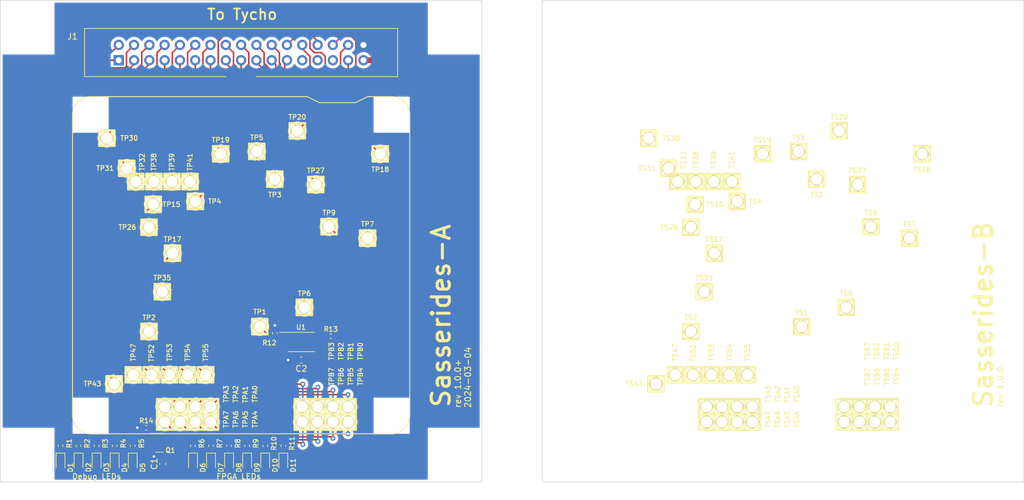
<source format=kicad_pcb>
(kicad_pcb (version 20221018) (generator pcbnew)
  (title_block (title "Sasserides") (date "${DATE}") (rev "${VERSION}") (company "Copyright 2023 Great Scott Gadgets") (comment 1 "Licensed under the CERN-OHL-P v2"))
  (layers (0 "F.Cu" signal) (31 "B.Cu" signal) (34 "B.Paste" user) (35 "F.Paste" user) (36 "B.SilkS" user "B.Silkscreen") (37 "F.SilkS" user "F.Silkscreen") (38 "B.Mask" user) (39 "F.Mask" user) (44 "Edge.Cuts" user))
  (property "DATE" "2024-02-26")
  (property "VERSION" "r1.0.0+")
  (net 0 "")
  (net 1 "Net-(D1-K)")
  (net 2 "VCC")
  (net 3 "Net-(D2-K)")
  (net 4 "Net-(D3-K)")
  (net 5 "Net-(D4-K)")
  (net 6 "Net-(D5-K)")
  (net 7 "Net-(D6-K)")
  (net 8 "Net-(D7-K)")
  (net 9 "Net-(D8-K)")
  (net 10 "Net-(D9-K)")
  (net 11 "Net-(D10-K)")
  (net 12 "Net-(D11-K)")
  (net 13 "/D3 3V3-Vf")
  (net 14 "/D5 3V3-Vf")
  (net 15 "/D7 3V3-Vf")
  (net 16 "/D10 Vf")
  (net 17 "/D12 Vf")
  (net 18 "/D14 Vf")
  (net 19 "/CONTROL_PHY_3V3")
  (net 20 "/AUX_PHY_1V8")
  (net 21 "/~{BTN_PROGRAM}")
  (net 22 "/EUT_VCC")
  (net 23 "/TARGET_PHY_1V8")
  (net 24 "/TARGET_A_VBUS")
  (net 25 "/D2 3V3-Vf")
  (net 26 "/SPARE1")
  (net 27 "/D4 3V3-Vf")
  (net 28 "/SPARE2")
  (net 29 "/D6 3V3-Vf")
  (net 30 "/SPARE3")
  (net 31 "/+5V")
  (net 32 "/D11 Vf")
  (net 33 "/REF_LED_EN")
  (net 34 "GND")
  (net 35 "Net-(Q1-D)")
  (net 36 "/D13 Vf")
  (net 37 "/+1V1")
  (net 38 "/CONTROL_PHY_1V8")
  (net 39 "/AUX_PHY_3V3")
  (net 40 "/+2V5")
  (net 41 "/VCCRAM")
  (net 42 "/TARGET_PHY_3V3")
  (net 43 "/MCU_SWDIO")
  (net 88 "/MCU_SWDCLK")
  (net 89 "/~{BTN_RESET}")
  (net 90 "/CLK_BUF")
  (net 91 "/A0B0")
  (net 92 "/A1B1")
  (net 93 "/A2B2")
  (net 94 "/A3B3")
  (net 95 "/A4B4")
  (net 96 "/A5B5")
  (net 97 "/A6B6")
  (net 98 "/A7B7")
  (net 99 "/CLK_EUT")
  (net 103 "Net-(U1-1Y3)")
  (footprint "MountingHole:MountingHole_2.2mm_M2" (layer "F.Cu") (at 165 79)
    (fp_text reference "H13" hide)
    (fp_text value "MountingHole" hide)
  )
  (footprint "tycho:HEADER-1x1-TESTPROBE" (layer "F.Cu") (at 94.1 122.2)
    (fp_text reference "TP55")
    (fp_text value "~" hide)
  )
  (footprint "Resistor_SMD:R_0402_1005Metric" (layer "F.Cu") (at 105.6 115.29 -90)
    (fp_text reference "R12")
    (fp_text value "1M")
  )
  (footprint "LED_SMD:LED_0603_1608Metric_Pad1.05x0.95mm_HandSolder" (layer "F.Cu") (at 73 136.875 -90)
    (fp_text reference "D2")
    (fp_text value "PINK")
  )
  (footprint "LED_SMD:LED_0603_1608Metric_Pad1.05x0.95mm_HandSolder" (layer "F.Cu") (at 98 136.875 -90)
    (fp_text reference "D8")
    (fp_text value "YELLOW")
  )
  (footprint "tycho:HEADER-1x1-TESTPROBE" (layer "F.Cu") (at 88.5 90.1)
    (fp_text reference "TP39")
    (fp_text value "~" hide)
  )
  (footprint "tycho:HEADER-1x1-TESTPROBE" (layer "F.Cu") (at 178.5 90.1)
    (fp_text reference "TS39")
    (fp_text value "D13 Vf" hide)
  )
  (footprint "tycho:HEADER-1x1-TESTPROBE" (layer "F.Cu") (at 86.9 108.4)
    (fp_text reference "TP35")
    (fp_text value "~" hide)
  )
  (footprint "MountingHole:MountingHole_3.2mm_M3" (layer "F.Cu") (at 65 135)
    (fp_text reference "H3" hide)
    (fp_text value "MountingHole" hide)
  )
  (footprint "tycho:HEADER-1x1-TESTPROBE" (layer "F.Cu") (at 168.9 123.7)
    (fp_text reference "TS43")
    (fp_text value "D2 3V3-Vf" hide)
  )
  (footprint "tycho:HEADER-1x1-TESTPROBE" (layer "F.Cu") (at 184.92 130.04)
    (fp_text reference "TSA4")
    (fp_text value "A4" hide)
  )
  (footprint "tycho:HEADER-1x1-TESTPROBE" (layer "F.Cu") (at 200.5 111)
    (fp_text reference "TS6")
    (fp_text value "VCCRAM" hide)
  )
  (footprint "tycho:HEADER-1x1-TESTPROBE" (layer "F.Cu") (at 181.1 122.2)
    (fp_text reference "TS54")
    (fp_text value "D6 3V3-Vf" hide)
  )
  (footprint "tycho:HEADER-1x1-TESTPROBE" (layer "F.Cu") (at 92.38 130.04)
    (fp_text reference "TPA5")
    (fp_text value "A5" hide)
  )
  (footprint "tycho:HEADER-1x1-TESTPROBE" (layer "F.Cu") (at 175.1 122.2)
    (fp_text reference "TS52")
    (fp_text value "D4 3V3-Vf" hide)
  )
  (footprint "MountingHole:MountingHole_3.2mm_M3" (layer "F.Cu") (at 225 135)
    (fp_text reference "H12" hide)
    (fp_text value "MountingHole" hide)
  )
  (footprint "Resistor_SMD:R_0402_1005Metric" (layer "F.Cu") (at 70 134 -90)
    (fp_text reference "R1")
    (fp_text value "5.1k")
  )
  (footprint "MountingHole:MountingHole_3.2mm_M3" (layer "F.Cu") (at 155 65)
    (fp_text reference "H9" hide)
    (fp_text value "MountingHole" hide)
  )
  (footprint "tycho:HEADER-1x1-TESTPROBE" (layer "F.Cu") (at 123.1 85.5)
    (fp_text reference "TP18")
    (fp_text value "~" hide)
  )
  (footprint "LED_SMD:LED_0603_1608Metric_Pad1.05x0.95mm_HandSolder" (layer "F.Cu") (at 107 136.875 -90)
    (fp_text reference "D11")
    (fp_text value "PURPLE")
  )
  (footprint "tycho:HEADER-1x1-TESTPROBE" (layer "F.Cu") (at 109.335 81.67)
    (fp_text reference "TP20")
    (fp_text value "~" hide)
  )
  (footprint "tycho:HEADER-1x1-TESTPROBE" (layer "F.Cu") (at 207.78 130.04)
    (fp_text reference "TSB4")
    (fp_text value "B4" hide)
  )
  (footprint "tycho:HEADER-1x1-TESTPROBE" (layer "F.Cu") (at 112.4 90.6)
    (fp_text reference "TP27")
    (fp_text value "~" hide)
  )
  (footprint "tycho:HEADER-1x1-TESTPROBE" (layer "F.Cu") (at 94.92 127.5)
    (fp_text reference "TPA0")
    (fp_text value "A0" hide)
  )
  (footprint "LED_SMD:LED_0603_1608Metric_Pad1.05x0.95mm_HandSolder" (layer "F.Cu") (at 101 136.875 -90)
    (fp_text reference "D9")
    (fp_text value "GREEN")
  )
  (footprint "tycho:HEADER-1x1-TESTPROBE" (layer "F.Cu") (at 94.92 130.04)
    (fp_text reference "TPA4")
    (fp_text value "A4" hide)
  )
  (footprint "Resistor_SMD:R_0402_1005Metric" (layer "F.Cu") (at 73 134 -90)
    (fp_text reference "R2")
    (fp_text value "2.2k")
  )
  (footprint "Package_SO:TSSOP-8_4.4x3mm_P0.65mm" (layer "F.Cu") (at 110 116.75)
    (fp_text reference "U1")
    (fp_text value "CDCV304PW")
  )
  (footprint "tycho:HEADER-1x1-TESTPROBE" (layer "F.Cu") (at 87.3 127.5)
    (fp_text reference "TPA3")
    (fp_text value "A3" hide)
  )
  (footprint "Capacitor_SMD:C_0603_1608Metric_Pad1.08x0.95mm_HandSolder" (layer "F.Cu") (at 87 137 90)
    (fp_text reference "C1")
    (fp_text value "1uF")
  )
  (footprint "tycho:HEADER-1x1-TESTPROBE" (layer "F.Cu") (at 177.3 127.5)
    (fp_text reference "TSA3")
    (fp_text value "A3" hide)
  )
  (footprint "LED_SMD:LED_0603_1608Metric_Pad1.05x0.95mm_HandSolder" (layer "F.Cu") (at 79 136.875 -90)
    (fp_text reference "D4")
    (fp_text value "PINK")
  )
  (footprint "Resistor_SMD:R_0402_1005Metric" (layer "F.Cu") (at 92 134 90)
    (fp_text reference "R6")
    (fp_text value "1k")
  )
  (footprint "tycho:HEADER-1x1-TESTPROBE" (layer "F.Cu") (at 96.6 85.5)
    (fp_text reference "TP19")
    (fp_text value "~" hide)
  )
  (footprint "tycho:HEADER-1x1-TESTPROBE" (layer "F.Cu") (at 84.7 115)
    (fp_text reference "TP2")
    (fp_text value "~" hide)
  )
  (footprint "Resistor_SMD:R_0402_1005Metric" (layer "F.Cu") (at 104 134 90)
    (fp_text reference "R10")
    (fp_text value "2.2k")
  )
  (footprint "tycho:HEADER-1x1-TESTPROBE" (layer "F.Cu") (at 211 99.5)
    (fp_text reference "TS7")
    (fp_text value "TARGET_A_VBUS" hide)
  )
  (footprint "tycho:HEADER-1x1-TESTPROBE" (layer "F.Cu") (at 110.5 111)
    (fp_text reference "TP6")
    (fp_text value "~" hide)
  )
  (footprint "tycho:HEADER-1x1-TESTPROBE" (layer "F.Cu") (at 202.7 130.04)
    (fp_text reference "TSB6")
    (fp_text value "B6" hide)
  )
  (footprint "tycho:shrouded_pin-header_2x17" (layer "F.Cu") (at 100 68.68 90)
    (fp_text reference "J1")
    (fp_text value "Conn_02x16_Odd_Even")
  )
  (footprint "tycho:HEADER-1x1-TESTPROBE" (layer "F.Cu") (at 182.38 130.04)
    (fp_text reference "TSA5")
    (fp_text value "A5" hide)
  )
  (footprint "LED_SMD:LED_0603_1608Metric_Pad1.05x0.95mm_HandSolder" (layer "F.Cu") (at 104 136.875 -90)
    (fp_text reference "D10")
    (fp_text value "BLUE")
  )
  (footprint "tycho:HEADER-1x1-TESTPROBE" (layer "F.Cu") (at 172.1 122.2)
    (fp_text reference "TS47")
    (fp_text value "D3 3V3-Vf" hide)
  )
  (footprint "tycho:HEADER-1x1-TESTPROBE" (layer "F.Cu") (at 213.1 85.5)
    (fp_text reference "TS18")
    (fp_text value "MCU_SWDIO" hide)
  )
  (footprint "tycho:HEADER-1x1-TESTPROBE" (layer "F.Cu") (at 184.1 122.2)
    (fp_text reference "TS55")
    (fp_text value "D7 3V3-Vf" hide)
  )
  (footprint "MountingHole:MountingHole_2.2mm_M2" (layer "F.Cu") (at 215 129)
    (fp_text reference "H16" hide)
    (fp_text value "MountingHole" hide)
  )
  (footprint "tycho:HEADER-1x1-TESTPROBE" (layer "F.Cu") (at 91.5 90.1)
    (fp_text reference "TP41")
    (fp_text value "~" hide)
  )
  (footprint "tycho:HEADER-1x1-TESTPROBE" (layer "F.Cu") (at 85.4 93.9)
    (fp_text reference "TP15")
    (fp_text value "~" hide)
  )
  (footprint "Package_TO_SOT_SMD:SOT-23" (layer "F.Cu") (at 86.4375 133.5)
    (fp_text reference "Q1")
    (fp_text value "2N7002" hide)
  )
  (footprint "tycho:HEADER-1x1-TESTPROBE" (layer "F.Cu") (at 110.16 130.04)
    (fp_text reference "TPB7")
    (fp_text value "B7" hide)
  )
  (footprint "MountingHole:MountingHole_2.2mm_M2" (layer "F.Cu") (at 125 79)
    (fp_text reference "H6" hide)
    (fp_text value "MountingHole" hide)
  )
  (footprint "Resistor_SMD:R_0402_1005Metric" (layer "F.Cu") (at 95 134 90)
    (fp_text reference "R7")
    (fp_text value "1k")
  )
  (footprint "tycho:HEADER-1x1-TESTPROBE" (layer "F.Cu") (at 179.84 130.04)
    (fp_text reference "TSA6")
    (fp_text value "A6" hide)
  )
  (footprint "tycho:HEADER-1x1-TESTPROBE" (layer "F.Cu") (at 205.24 127.5)
    (fp_text reference "TSB1")
    (fp_text value "B1" hide)
  )
  (footprint "tycho:HEADER-1x1-TESTPROBE" (layer "F.Cu") (at 92.38 127.5)
    (fp_text reference "TPA1")
    (fp_text value "A1" hide)
  )
  (footprint "tycho:HEADER-1x1-TESTPROBE" (layer "F.Cu") (at 110.16 127.5)
    (fp_text reference "TPB3")
    (fp_text value "B3" hide)
  )
  (footprint "tycho:HEADER-1x1-TESTPROBE" (layer "F.Cu") (at 186.6 85.5)
    (fp_text reference "TS19")
    (fp_text value "MCU_SWDCLK" hide)
  )
  (footprint "LED_SMD:LED_0603_1608Metric_Pad1.05x0.95mm_HandSolder" (layer "F.Cu") (at 92 136.875 -90)
    (fp_text reference "D6")
    (fp_text value "RED")
  )
  (footprint "tycho:HEADER-1x1-TESTPROBE" (layer "F.Cu") (at 184.92 127.5)
    (fp_text reference "TSA0")
    (fp_text value "A0" hide)
  )
  (footprint "tycho:HEADER-1x1-TESTPROBE" (layer "F.Cu") (at 207.78 127.5)
    (fp_text reference "TSB0")
    (fp_text value "B0" hide)
  )
  (footprint "tycho:HEADER-1x1-TESTPROBE" (layer "F.Cu") (at 115.24 130.04)
    (fp_text reference "TPB5")
    (fp_text value "B5" hide)
  )
  (footprint "tycho:HEADER-1x1-TESTPROBE" (layer "F.Cu") (at 102.6 85.1)
    (fp_text reference "TP5")
    (fp_text value "~" hide)
  )
  (footprint "tycho:HEADER-1x1-TESTPROBE" (layer "F.Cu") (at 176.9 108.4)
    (fp_text reference "TS35")
    (fp_text value "AUX_PHY_1V8" hide)
  )
  (footprint "Resistor_SMD:R_0402_1005Metric" (layer "F.Cu") (at 82 134 -90)
    (fp_text reference "R5")
    (fp_text value "5.1k")
  )
  (footprint "MountingHole:MountingHole_2.2mm_M2" (layer "F.Cu") (at 215 79)
    (fp_text reference "H14" hide)
    (fp_text value "MountingHole" hide)
  )
  (footprint "MountingHole:MountingHole_2.2mm_M2" (layer "F.Cu") (at 165 129)
    (fp_text reference "H15" hide)
    (fp_text value "MountingHole" hide)
  )
  (footprint "MountingHole:MountingHole_3.2mm_M3" (layer "F.Cu") (at 225 65)
    (fp_text reference "H10" hide)
    (fp_text value "MountingHole" hide)
  )
  (footprint "tycho:HEADER-1x1-TESTPROBE" (layer "F.Cu") (at 112.7 130.04)
    (fp_text reference "TPB6")
    (fp_text value "B6" hide)
  )
  (footprint "tycho:HEADER-1x1-TESTPROBE" (layer "F.Cu") (at 112.7 127.5)
    (fp_text reference "TPB2")
    (fp_text value "B2" hide)
  )
  (footprint "tycho:HEADER-1x1-TESTPROBE" (layer "F.Cu") (at 172.5 90.1)
    (fp_text reference "TS32")
    (fp_text value "D11 Vf" hide)
  )
  (footprint "tycho:HEADER-1x1-TESTPROBE" (layer "F.Cu") (at 204.6 97.6)
    (fp_text reference "TS9")
    (fp_text value "TARGET_PHY_3V3" hide)
  )
  (footprint "tycho:HEADER-1x1-TESTPROBE" (layer "F.Cu") (at 167.7 82.9 90)
    (fp_text reference "TS30")
    (fp_text value "+5V" hide)
  )
  (footprint "LED_SMD:LED_0603_1608Metric_Pad1.05x0.95mm_HandSolder" (layer "F.Cu") (at 76 136.875 -90)
    (fp_text reference "D3")
    (fp_text value "WHITE")
  )
  (footprint "tycho:HEADER-1x1-TESTPROBE" (layer "F.Cu") (at 82.1 122.2)
    (fp_text reference "TP47")
    (fp_text value "~" hide)
  )
  (footprint "tycho:HEADER-1x1-TESTPROBE" (layer "F.Cu") (at 89.84 130.04)
    (fp_text reference "TPA6")
    (fp_text value "A6" hide)
  )
  (footprint "Capacitor_SMD:C_0603_1608Metric_Pad1.08x0.95mm_HandSolder" (layer "F.Cu") (at 110 119.75 180)
    (fp_text reference "C2")
    (fp_text value "1uF")
  )
  (footprint "tycho:HEADER-1x1-TESTPROBE" (layer "F.Cu") (at 175.4 93.9)
    (fp_text reference "TS15")
    (fp_text value "nBTN_PROGRAM" hide)
  )
  (footprint "Resistor_SMD:R_0402_1005Metric" (layer "F.Cu") (at 76 134 -90)
    (fp_text reference "R3")
    (fp_text value "2.2k")
  )
  (footprint "tycho:HEADER-1x1-TESTPROBE" (layer "F.Cu") (at 200.16 130.04)
    (fp_text reference "TSB7")
    (fp_text value "B7" hide)
  )
  (footprint "LED_SMD:LED_0603_1608Metric_Pad1.05x0.95mm_HandSolder" (layer "F.Cu") (at 95 136.875 -90)
    (fp_text reference "D7")
    (fp_text value "ORANGE")
  )
  (footprint "tycho:HEADER-1x1-TESTPROBE" (layer "F.Cu") (at 85.1 122.2)
    (fp_text reference "TP52")
    (fp_text value "~" hide)
  )
  (footprint "MountingHole:MountingHole_2.2mm_M2" (layer "F.Cu") (at 125 129)
    (fp_text reference "H8" hide)
    (fp_text value "MountingHole" hide)
  )
  (footprint "tycho:HEADER-1x1-TESTPROBE" (layer "F.Cu") (at 89.84 127.5)
    (fp_text reference "TPA2")
    (fp_text value "A2" hide)
  )
  (footprint "tycho:HEADER-1x1-TESTPROBE" (layer "F.Cu") (at 85.5 90.1)
    (fp_text reference "TP38")
    (fp_text value "~" hide)
  )
  (footprint "tycho:HEADER-1x1-TESTPROBE" (layer "F.Cu") (at 103.1 114.2)
    (fp_text reference "TP1")
    (fp_text value "~" hide)
  )
  (footprint "tycho:HEADER-1x1-TESTPROBE" (layer "F.Cu") (at 117.78 130.04)
    (fp_text reference "TPB4")
    (fp_text value "B4" hide)
  )
  (footprint "tycho:HEADER-1x1-TESTPROBE" (layer "F.Cu") (at 121 99.5)
    (fp_text reference "TP7")
    (fp_text value "~" hide)
  )
  (footprint "Resistor_SMD:R_0402_1005Metric" (layer "F.Cu") (at 101 134 90)
    (fp_text reference "R9")
    (fp_text value "10k")
  )
  (footprint "tycho:HEADER-1x1-TESTPROBE" (layer "F.Cu") (at 78.9 123.7)
    (fp_text reference "TP43")
    (fp_text value "~" hide)
  )
  (footprint "MountingHole:MountingHole_3.2mm_M3" (layer "F.Cu") (at 135 135)
    (fp_text reference "H4" hide)
    (fp_text value "MountingHole" hide)
  )
  (footprint "tycho:HEADER-1x1-TESTPROBE" (layer "F.Cu") (at 115.24 127.5)
    (fp_text reference "TPB1")
    (fp_text value "B1" hide)
  )
  (footprint "tycho:HEADER-1x1-TESTPROBE" (layer "F.Cu") (at 202.4 90.6)
    (fp_text reference "TS27")
    (fp_text value "TARGET_PHY_1V8" hide)
  )
  (footprint "MountingHole:MountingHole_3.2mm_M3" (layer "F.Cu") (at 135 65)
    (fp_text reference "H2" hide)
    (fp_text value "MountingHole" hide)
  )
  (footprint "tycho:HEADER-1x1-TESTPROBE" (layer "F.Cu") (at 199.335 81.67)
    (fp_text reference "TS20")
    (fp_text value "nBTN_RESET" hide)
  )
  (footprint "Resistor_SMD:R_0402_1005Metric" (layer "F.Cu") (at 79 134 -90)
    (fp_text reference "R4")
    (fp_text value "2.2k")
  )
  (footprint "tycho:HEADER-1x1-TESTPROBE" (layer "F.Cu") (at 105.6 89.7)
    (fp_text reference "TP3")
    (fp_text value "~" hide)
  )
  (footprint "tycho:HEADER-1x1-TESTPROBE" (layer "F.Cu") (at 92.4 93.4)
    (fp_text reference "TP4")
    (fp_text value "~" hide)
  )
  (footprint "tycho:HEADER-1x1-TESTPROBE" (layer "F.Cu") (at 88.6 102)
    (fp_text reference "TP17")
    (fp_text value "~" hide)
  )
  (footprint "tycho:HEADER-1x1-TESTPROBE" (layer "F.Cu") (at 171 87.9)
    (fp_text reference "TS31")
    (fp_text value "D10 Vf" hide)
  )
  (footprint "Resistor_SMD:R_0402_1005Metric" (layer "F.Cu") (at 98 134 90)
    (fp_text reference "R8")
    (fp_text value "1k")
  )
  (footprint "tycho:HEADER-1x1-TESTPROBE" (layer "F.Cu") (at 205.24 130.04)
    (fp_text reference "TSB5")
    (fp_text value "B5" hide)
  )
  (footprint "Resistor_SMD:R_0402_1005Metric" (layer "F.Cu") (at 107 134 90)
    (fp_text reference "R11")
    (fp_text value "2.2k")
  )
  (footprint "tycho:HEADER-1x1-TESTPROBE" (layer "F.Cu") (at 179.84 127.5)
    (fp_text reference "TSA2")
    (fp_text value "A2" hide)
  )
  (footprint "tycho:HEADER-1x1-TESTPROBE" (layer "F.Cu") (at 87.3 130.04)
    (fp_text reference "TPA7")
    (fp_text value "A7" hide)
  )
  (footprint "tycho:HEADER-1x1-TESTPROBE" (layer "F.Cu") (at 177.3 130.04)
    (fp_text reference "TSA7")
    (fp_text value "A7" hide)
  )
  (footprint "tycho:HEADER-1x1-TESTPROBE" (layer "F.Cu") (at 91.1 122.2)
    (fp_text reference "TP54")
    (fp_text value "~" hide)
  )
  (footprint "MountingHole:MountingHole_3.2mm_M3" (layer "F.Cu") (at 155 135)
    (fp_text reference "H11" hide)
    (fp_text value "MountingHole" hide)
  )
  (footprint "tycho:HEADER-1x1-TESTPROBE" (layer "F.Cu") (at 192.6 85.1)
    (fp_text reference "TS5")
    (fp_text value "+2V5" hide)
  )
  (footprint "tycho:HEADER-1x1-TESTPROBE" (layer "F.Cu") (at 88.1 122.2)
    (fp_text reference "TP53")
    (fp_text value "~" hide)
  )
  (footprint "MountingHole:MountingHole_2.2mm_M2" (layer "F.Cu") (at 75 129)
    (fp_text reference "H7" hide)
    (fp_text value "MountingHole" hide)
  )
  (footprint "tycho:HEADER-1x1-TESTPROBE" (layer "F.Cu") (at 200.16 127.5)
    (fp_text reference "TSB3")
    (fp_text value "B3" hide)
  )
  (footprint "tycho:HEADER-1x1-TESTPROBE" (layer "F.Cu") (at 81 87.9)
    (fp_text reference "TP31")
    (fp_text value "~" hide)
  )
  (footprint "MountingHole:MountingHole_2.2mm_M2" (layer "F.Cu") (at 75 79)
    (fp_text reference "H5" hide)
    (fp_text value "MountingHole" hide)
  )
  (footprint "Resistor_SMD:R_0402_1005Metric" (layer "F.Cu") (at 84.25 131)
    (fp_text reference "R14")
    (fp_text value "10k")
  )
  (footprint "tycho:HEADER-1x1-TESTPROBE" (layer "F.Cu") (at 178.6 102)
    (fp_text reference "TS17")
    (fp_text value "CONTROL_PHY_1V8" hide)
  )
  (footprint "tycho:HEADER-1x1-TESTPROBE" (layer "F.Cu") (at 77.7 82.9 90)
    (fp_text reference "TP30")
    (fp_text value "~" hide)
  )
  (footprint "tycho:HEADER-1x1-TESTPROBE" (layer "F.Cu") (at 202.7 127.5)
    (fp_text reference "TSB2")
    (fp_text value "B2" hide)
  )
  (footprint "tycho:HEADER-1x1-TESTPROBE" (layer "F.Cu") (at 193.1 114.2)
    (fp_text reference "TS1")
    (fp_text value "CLK" hide)
  )
  (footprint "MountingHole:MountingHole_3.2mm_M3" (layer "F.Cu") (at 65 65)
    (fp_text reference "H1" hide)
    (fp_text value "MountingHole" hide)
  )
  (footprint "tycho:HEADER-1x1-TESTPROBE" (layer "F.Cu") (at 175.5 90.1)
    (fp_text reference "TS38")
    (fp_text value "D12 Vf" hide)
  )
  (footprint "tycho:HEADER-1x1-TESTPROBE" (layer "F.Cu") (at 195.6 89.7)
    (fp_text reference "TS3")
    (fp_text value "VCC" hide)
  )
  (footprint "LED_SMD:LED_0603_1608Metric_Pad1.05x0.95mm_HandSolder" (layer "F.Cu") (at 70 136.875 -90)
    (fp_text reference "D1")
    (fp_text value "ICE BLUE")
  )
  (footprint "tycho:HEADER-1x1-TESTPROBE" (layer "F.Cu") (at 182.4 93.4)
    (fp_text reference "TS4")
    (fp_text value "+1V1" hide)
  )
  (footprint "tycho:HEADER-1x1-TESTPROBE" (layer "F.Cu") (at 82.5 90.1)
    (fp_text reference "TP32")
    (fp_text value "~" hide)
  )
  (footprint "tycho:HEADER-1x1-TESTPROBE" (layer "F.Cu") (at 181.5 90.1)
    (fp_text reference "TS41")
    (fp_text value "D14 Vf" hide)
  )
  (footprint "tycho:HEADER-1x1-TESTPROBE" (layer "F.Cu") (at 114.6 97.6)
    (fp_text reference "TP9")
    (fp_text value "~" hide)
  )
  (footprint "tycho:HEADER-1x1-TESTPROBE" (layer "F.Cu") (at 117.78 127.5)
    (fp_text reference "TPB0")
    (fp_text value "B0" hide)
  )
  (footprint "tycho:HEADER-1x1-TESTPROBE" (layer "F.Cu") (at 84.7 97.7)
    (fp_text reference "TP26")
    (fp_text value "~" hide)
  )
  (footprint "tycho:HEADER-1x1-TESTPROBE" (layer "F.Cu") (at 174.7 115)
    (fp_text reference "TS2")
    (fp_text value "AUX_PHY_3V3" hide)
  )
  (footprint "tycho:HEADER-1x1-TESTPROBE" (layer "F.Cu") (at 174.7 97.7)
    (fp_text reference "TS26")
    (fp_text value "CONTROL_PHY_3V3" hide)
  )
  (footprint "LED_SMD:LED_0603_1608Metric_Pad1.05x0.95mm_HandSolder" (layer "F.Cu") (at 82 136.875 -90)
    (fp_text reference "D5")
    (fp_text value "ICE BLUE")
  )
  (footprint "tycho:HEADER-1x1-TESTPROBE" (layer "F.Cu") (at 178.1 122.2)
    (fp_text reference "TS53")
    (fp_text value "D5 3V3-Vf" hide)
  )
  (footprint "Resistor_SMD:R_0402_1005Metric" (layer "F.Cu") (at 114.89 115.8)
    (fp_text reference "R13")
    (fp_text value "0")
  )
  (footprint "tycho:HEADER-1x1-TESTPROBE" (layer "F.Cu") (at 182.38 127.5)
    (fp_text reference "TSA1")
    (fp_text value "A1" hide)
  )
  (gr_poly (pts (xy 128 129) (xy 127.99764 129.168344) (xy 127.959943 129.502915) (xy 127.885023 129.831161) (xy 127.773822 130.148955) (xy 127.627739 130.4523) (xy 127.44861 130.737381) (xy 127.238689 131.000614) (xy 127.000614 131.238689) (xy 126.737381 131.44861) (xy 126.4523 131.627739) (xy 126.148955 131.773822) (xy 125.831161 131.885023) (xy 125.502915 131.959943) (xy 125.168344 131.99764) (xy 125 132) (xy 75 132) (xy 74.831656 131.99764) (xy 74.497085 131.959943) (xy 74.168839 131.885023) (xy 73.851045 131.773822) (xy 73.5477 131.627739) (xy 73.262619 131.44861) (xy 72.999386 131.238689) (xy 72.761311 131.000614) (xy 72.55139 130.737381) (xy 72.372261 130.4523) (xy 72.226178 130.148955) (xy 72.114977 129.831161) (xy 72.040057 129.502915) (xy 72.00236 129.168344) (xy 72 129) (xy 72 79) (xy 72.00236 78.831656) (xy 72.040057 78.497085) (xy 72.114977 78.168839) (xy 72.226178 77.851045) (xy 72.372261 77.5477) (xy 72.55139 77.262619) (xy 72.761311 76.999386) (xy 72.999386 76.761311) (xy 73.262619 76.55139) (xy 73.5477 76.372261) (xy 73.851045 76.226178) (xy 74.168839 76.114977) (xy 74.497085 76.040057) (xy 74.831656 76.00236) (xy 75 76) (xy 111 76) (xy 113 77) (xy 119 77) (xy 121 76) (xy 125 76) (xy 125.168344 76.00236) (xy 125.502915 76.040057) (xy 125.831161 76.114977) (xy 126.148955 76.226178) (xy 126.4523 76.372261) (xy 126.737381 76.55139) (xy 127.000614 76.761311) (xy 127.238689 76.999386) (xy 127.44861 77.262619) (xy 127.627739 77.5477) (xy 127.773822 77.851045) (xy 127.885023 78.168839) (xy 127.959943 78.497085) (xy 127.99764 78.831656) (xy 128 79)) (stroke (width 0.15)) (fill none) (layer "F.SilkS"))
  (gr_rect (start 150 60) (end 230 140) (stroke (width 0.1)) (fill none) (layer "Edge.Cuts"))
  (gr_rect (start 60 60) (end 140 140) (stroke (width 0.1)) (fill none) (layer "Edge.Cuts"))
  (gr_text "rev 1.0.0+" (at 136.59 127.78 90) (layer "F.SilkS") (effects (font (size 1 1)) (justify left bottom)))
  (gr_text "rev 1.0.0" (at 226.69 127.75 90) (layer "F.SilkS") (effects (font (size 1 1)) (justify left bottom)))
  (gr_text "Sasserides-B" (at 224.99 127.89 90) (layer "F.SilkS") (effects (font (size 3 3) (thickness 0.5) bold) (justify left bottom)))
  (gr_text "Sasserides-A" (at 134.96 127.87 90) (layer "F.SilkS") (effects (font (size 3 3) (thickness 0.5) bold) (justify left bottom)))
  (gr_text "To Tycho" (at 94.18 63.36) (layer "F.SilkS") (effects (font (size 1.75 1.75) (thickness 0.3) bold) (justify left bottom)))
  (gr_text "FPGA LEDs" (at 99.59 139.1) (layer "F.SilkS") (effects (font (size 0.9144 0.9238))))
  (gr_text "2024-03-04" (at 138.25 127.78 90) (layer "F.SilkS") (effects (font (size 1 1)) (justify left bottom)))
  (gr_text "Debug LEDs" (at 76 139.1) (layer "F.SilkS") (effects (font (size 0.9144 0.9144))))
  (segment (start 70 136) (end 70 134.51) (width 0.54) (layer "F.Cu") (net 1))
  (segment (start 86.8 137.75) (end 87 137.95) (width 0.95) (layer "F.Cu") (net 2))
  (segment (start 130 76.3175) (end 123.6375 69.955) (width 0.95) (layer "F.Cu") (net 2))
  (segment (start 105.675 116.75) (end 105.675 119.425) (width 0.25) (layer "F.Cu") (net 2))
  (segment (start 123.6375 69.955) (end 120.32 69.955) (width 0.95) (layer "F.Cu") (net 2))
  (segment (start 110.95 119.75) (end 110.95 118.05) (width 0.4) (layer "F.Cu") (net 2))
  (segment (start 107 137.75) (end 115.5 137.75) (width 0.95) (layer "F.Cu") (net 2))
  (segment (start 101 137.75) (end 104 137.75) (width 0.95) (layer "F.Cu") (net 2))
  (segment (start 110.95 119.75) (end 110.95 120.05) (width 0.25) (layer "F.Cu") (net 2))
  (segment (start 104 137.75) (end 107 137.75) (width 0.95) (layer "F.Cu") (net 2))
  (segment (start 98 137.75) (end 101 137.75) (width 0.95) (layer "F.Cu") (net 2))
  (segment (start 73 137.75) (end 76 137.75) (width 0.95) (layer "F.Cu") (net 2))
  (segment (start 92 137.75) (end 95 137.75) (width 0.95) (layer "F.Cu") (net 2))
  (segment (start 76 137.75) (end 79 137.75) (width 0.95) (layer "F.Cu") (net 2))
  (segment (start 119.95 119.75) (end 120 119.7) (width 0.95) (layer "F.Cu") (net 2))
  (segment (start 110.95 119.75) (end 119.95 119.75) (width 0.95) (layer "F.Cu") (net 2))
  (segment (start 110.95 120.05) (end 110 121) (width 0.25) (layer "F.Cu") (net 2))
  (segment (start 105.675 116.75) (end 106 116.425) (width 0.25) (layer "F.Cu") (net 2))
  (segment (start 79 137.75) (end 82 137.75) (width 0.95) (layer "F.Cu") (net 2))
  (segment (start 110.95 118.05) (end 111.925 117.075) (width 0.4) (layer "F.Cu") (net 2))
  (segment (start 110 121) (end 107.25 121) (width 0.25) (layer "F.Cu") (net 2))
  (segment (start 92 137.75) (end 87.2 137.75) (width 0.95) (layer "F.Cu") (net 2))
  (segment (start 105.675 119.425) (end 107.25 121) (width 0.25) (layer "F.Cu") (net 2))
  (segment (start 106.075 116.425) (end 107.1875 116.425) (width 0.25) (layer "F.Cu") (net 2))
  (segment (start 70 137.75) (end 73 137.75) (width 0.95) (layer "F.Cu") (net 2))
  (segment (start 111.925 117.075) (end 112.8625 117.075) (width 0.4) (layer "F.Cu") (net 2))
  (segment (start 115.5 137.75) (end 120 133.25) (width 0.95) (layer "F.Cu") (net 2))
  (segment (start 87.2 137.75) (end 87 137.95) (width 0.95) (layer "F.Cu") (net 2))
  (segment (start 95 137.75) (end 98 137.75) (width 0.95) (layer "F.Cu") (net 2))
  (segment (start 130 109.7) (end 130 76.3175) (width 0.95) (layer "F.Cu") (net 2))
  (segment (start 120 133.25) (end 120 119.7) (width 0.95) (layer "F.Cu") (net 2))
  (segment (start 120 119.7) (end 130 109.7) (width 0.95) (layer "F.Cu") (net 2))
  (segment (start 82 137.75) (end 86.8 137.75) (width 0.95) (layer "F.Cu") (net 2))
  (segment (start 73 136) (end 73 134.51) (width 0.54) (layer "F.Cu") (net 3))
  (segment (start 76 136) (end 76 134.51) (width 0.54) (layer "F.Cu") (net 4))
  (segment (start 79 136) (end 79 134.51) (width 0.54) (layer "F.Cu") (net 5))
  (segment (start 82 136) (end 82 134.51) (width 0.54) (layer "F.Cu") (net 6))
  (segment (start 92 136) (end 92 134.51) (width 0.54) (layer "F.Cu") (net 7))
  (segment (start 95 136) (end 95 134.51) (width 0.54) (layer "F.Cu") (net 8))
  (segment (start 98 136) (end 98 134.51) (width 0.54) (layer "F.Cu") (net 9))
  (segment (start 101 136) (end 101 134.51) (width 0.54) (layer "F.Cu") (net 10))
  (segment (start 104 136) (end 104 134.51) (width 0.54) (layer "F.Cu") (net 11))
  (segment (start 107 136) (end 107 134.51) (width 0.54) (layer "F.Cu") (net 12))
  (segment (start 79.22 122.2) (end 68.5 111.48) (width 0.25) (layer "F.Cu") (net 13))
  (segment (start 68.5 111.48) (end 68.5 74) (width 0.25) (layer "F.Cu") (net 13))
  (segment (start 72.545 69.955) (end 79.675 69.955) (width 0.25) (layer "F.Cu") (net 13))
  (segment (start 82.1 122.2) (end 79.22 122.2) (width 0.25) (layer "F.Cu") (net 13))
  (segment (start 68.5 74) (end 72.545 69.955) (width 0.25) (layer "F.Cu") (net 13))
  (segment (start 70 75) (end 72.505 72.495) (width 0.25) (layer "F.Cu") (net 14))
  (segment (start 85.385 119.485) (end 79.045 119.485) (width 0.25) (layer "F.Cu") (net 14))
  (segment (start 70 110.44) (end 70 75) (width 0.25) (layer "F.Cu") (net 14))
  (segment (start 79.045 119.485) (end 70 110.44) (width 0.25) (layer "F.Cu") (net 14))
  (segment (start 82.22 70.59) (end 82.22 69.955) (width 0.25) (layer "F.Cu") (net 14))
  (segment (start 88.1 122.2) (end 85.385 119.485) (width 0.25) (layer "F.Cu") (net 14))
  (segment (start 72.505 72.495) (end 80.315 72.495) (width 0.25) (layer "F.Cu") (net 14))
  (segment (start 80.315 72.495) (end 82.22 70.59) (width 0.25) (layer "F.Cu") (net 14))
  (segment (start 71.5 109.4) (end 71.5 76) (width 0.25) (layer "F.Cu") (net 15))
  (segment (start 94.1 122.2) (end 88.845 116.945) (width 0.25) (layer "F.Cu") (net 15))
  (segment (start 80.315 75.035) (end 84.755 70.595) (width 0.25) (layer "F.Cu") (net 15))
  (segment (start 79.045 116.945) (end 71.5 109.4) (width 0.25) (layer "F.Cu") (net 15))
  (segment (start 72.465 75.035) (end 80.315 75.035) (width 0.25) (layer "F.Cu") (net 15))
  (segment (start 84.755 70.595) (end 84.755 69.955) (width 0.25) (layer "F.Cu") (net 15))
  (segment (start 88.845 116.945) (end 79.045 116.945) (width 0.25) (layer "F.Cu") (net 15))
  (segment (start 71.5 76) (end 72.465 75.035) (width 0.25) (layer "F.Cu") (net 15))
  (segment (start 80.45 87.35) (end 80.45 78.71) (width 0.25) (layer "F.Cu") (net 16))
  (segment (start 87.295 71.865) (end 87.295 69.955) (width 0.25) (layer "F.Cu") (net 16))
  (segment (start 81 87.9) (end 80.45 87.35) (width 0.25) (layer "F.Cu") (net 16))
  (segment (start 80.45 78.71) (end 87.295 71.865) (width 0.25) (layer "F.Cu") (net 16))
  (segment (start 85.5 76.2) (end 89.835 71.865) (width 0.25) (layer "F.Cu") (net 17))
  (segment (start 89.835 71.865) (end 89.835 69.96) (width 0.25) (layer "F.Cu") (net 17))
  (segment (start 89.835 69.96) (end 89.84 69.955) (width 0.25) (layer "F.Cu") (net 17))
  (segment (start 85.5 90.1) (end 85.5 76.2) (width 0.25) (layer "F.Cu") (net 17))
  (segment (start 91.5 90.1) (end 91.5 72.74) (width 0.25) (layer "F.Cu") (net 18))
  (segment (start 91.5 72.74) (end 92.38 71.86) (width 0.25) (layer "F.Cu") (net 18))
  (segment (start 92.38 71.86) (end 92.38 69.955) (width 0.25) (layer "F.Cu") (net 18))
  (segment (start 91.539304 97.7) (end 94.915 94.324304) (width 0.25) (layer "F.Cu") (net 19))
  (segment (start 84.7 97.7) (end 91.539304 97.7) (width 0.25) (layer "F.Cu") (net 19))
  (segment (start 94.915 69.96) (end 94.92 69.955) (width 0.25) (layer "F.Cu") (net 19))
  (segment (start 94.915 94.324304) (end 94.915 69.96) (width 0.25) (layer "F.Cu") (net 19))
  (segment (start 86.9 108.4) (end 89.6 108.4) (width 0.25) (layer "F.Cu") (net 20))
  (segment (start 98.5 71.5) (end 97.455 70.455) (width 0.25) (layer "F.Cu") (net 20))
  (segment (start 97.455 70.455) (end 97.455 69.955) (width 0.25) (layer "F.Cu") (net 20))
  (segment (start 89.6 108.4) (end 98.5 99.5) (width 0.25) (layer "F.Cu") (net 20))
  (segment (start 98.5 99.5) (end 98.5 71.5) (width 0.25) (layer "F.Cu") (net 20))
  (segment (start 88.75 111.25) (end 85.25 111.25) (width 0.25) (layer "F.Cu") (net 21))
  (segment (start 99.995 100.005) (end 88.75 111.25) (width 0.25) (layer "F.Cu") (net 21))
  (segment (start 100 69.955) (end 99.995 69.96) (width 0.25) (layer "F.Cu") (net 21))
  (segment (start 82.75 108.75) (end 82.75 96.55) (width 0.25) (layer "F.Cu") (net 21))
  (segment (start 85.25 111.25) (end 82.75 108.75) (width 0.25) (layer "F.Cu") (net 21))
  (segment (start 99.995 69.96) (end 99.995 100.005) (width 0.25) (layer "F.Cu") (net 21))
  (segment (start 82.75 96.55) (end 85.4 93.9) (width 0.25) (layer "F.Cu") (net 21))
  (segment (start 102.54 69.955) (end 102.54 70.29) (width 0.25) (layer "F.Cu") (net 22))
  (segment (start 104.25 84) (end 105.6 85.35) (width 0.25) (layer "F.Cu") (net 22))
  (segment (start 102.54 70.29) (end 104.25 72) (width 0.25) (layer "F.Cu") (net 22))
  (segment (start 104.25 72) (end 104.25 84) (width 0.25) (layer "F.Cu") (net 22))
  (segment (start 105.6 85.35) (end 105.6 89.7) (width 0.25) (layer "F.Cu") (net 22))
  (segment (start 112.4 90.15) (end 112.4 90.6) (width 0.25) (layer "F.Cu") (net 23))
  (segment (start 105.08 69.955) (end 105.075 69.955) (width 0.25) (layer "F.Cu") (net 23))
  (segment (start 105.75 70.63) (end 105.75 83.5) (width 0.25) (layer "F.Cu") (net 23))
  (segment (start 105.075 69.955) (end 105.75 70.63) (width 0.25) (layer "F.Cu") (net 23))
  (segment (start 105.75 83.5) (end 112.4 90.15) (width 0.25) (layer "F.Cu") (net 23))
  (segment (start 107.25 70.32) (end 107.25 82.883202) (width 0.25) (layer "F.Cu") (net 24))
  (segment (start 107.25 82.883202) (end 112.116798 87.75) (width 0.25) (layer "F.Cu") (net 24))
  (segment (start 112.116798 87.75) (end 114 87.75) (width 0.25) (layer "F.Cu") (net 24))
  (segment (start 107.615 69.955) (end 107.25 70.32) (width 0.25) (layer "F.Cu") (net 24))
  (segment (start 114 87.75) (end 121 94.75) (width 0.25) (layer "F.Cu") (net 24))
  (segment (start 107.62 69.955) (end 107.615 69.955) (width 0.25) (layer "F.Cu") (net 24))
  (segment (start 121 94.75) (end 121 99.5) (width 0.25) (layer "F.Cu") (net 24))
  (segment (start 78.405 68.685) (end 79.675 67.415) (width 0.25) (layer "F.Cu") (net 25))
  (segment (start 72.565 68.685) (end 78.405 68.685) (width 0.25) (layer "F.Cu") (net 25))
  (segment (start 67.75 112) (end 67.75 73.5) (width 0.25) (layer "F.Cu") (net 25))
  (segment (start 78.9 123.15) (end 67.75 112) (width 0.25) (layer "F.Cu") (net 25))
  (segment (start 79.675 67.415) (end 79.68 67.415) (width 0.25) (layer "F.Cu") (net 25))
  (segment (start 67.75 73.5) (end 72.565 68.685) (width 0.25) (layer "F.Cu") (net 25))
  (segment (start 78.9 123.7) (end 78.9 123.15) (width 0.25) (layer "F.Cu") (net 25))
  (segment (start 69.25 74.5) (end 69.25 110.96) (width 0.25) (layer "F.Cu") (net 27))
  (segment (start 82.22 67.415) (end 80.95 68.685) (width 0.25) (layer "F.Cu") (net 27))
  (segment (start 80.675 71.225) (end 72.525 71.225) (width 0.25) (layer "F.Cu") (net 27))
  (segment (start 80.95 70.95) (end 80.675 71.225) (width 0.25) (layer "F.Cu") (net 27))
  (segment (start 72.525 71.225) (end 69.25 74.5) (width 0.25) (layer "F.Cu") (net 27))
  (segment (start 69.25 110.96) (end 79.045 120.755) (width 0.25) (layer "F.Cu") (net 27))
  (segment (start 79.045 120.755) (end 83.655 120.755) (width 0.25) (layer "F.Cu") (net 27))
  (segment (start 83.655 120.755) (end 85.1 122.2) (width 0.25) (layer "F.Cu") (net 27))
  (segment (start 80.95 68.685) (end 80.95 70.95) (width 0.25) (layer "F.Cu") (net 27))
  (segment (start 72.485 73.765) (end 80.315 73.765) (width 0.25) (layer "F.Cu") (net 29))
  (segment (start 83.49 68.68) (end 84.755 67.415) (width 0.25) (layer "F.Cu") (net 29))
  (segment (start 83.49 70.59) (end 83.49 68.68) (width 0.25) (layer "F.Cu") (net 29))
  (segment (start 79.045 118.215) (end 70.75 109.92) (width 0.25) (layer "F.Cu") (net 29))
  (segment (start 80.315 73.765) (end 83.49 70.59) (width 0.25) (layer "F.Cu") (net 29))
  (segment (start 91.1 122.2) (end 87.115 118.215) (width 0.25) (layer "F.Cu") (net 29))
  (segment (start 84.755 67.415) (end 84.76 67.415) (width 0.25) (layer "F.Cu") (net 29))
  (segment (start 70.75 109.92) (end 70.75 75.5) (width 0.25) (layer "F.Cu") (net 29))
  (segment (start 70.75 75.5) (end 72.485 73.765) (width 0.25) (layer "F.Cu") (net 29))
  (segment (start 87.115 118.215) (end 79.045 118.215) (width 0.25) (layer "F.Cu") (net 29))
  (segment (start 86.038689 68.676311) (end 87.3 67.415) (width 0.25) (layer "F.Cu") (net 31))
  (segment (start 78.25 82.35) (end 78.25 79.64) (width 0.25) (layer "F.Cu") (net 31))
  (segment (start 77.7 82.9) (end 78.25 82.35) (width 0.25) (layer "F.Cu") (net 31))
  (segment (start 78.25 79.64) (end 86.038689 71.851311) (width 0.25) (layer "F.Cu") (net 31))
  (segment (start 86.038689 71.851311) (end 86.038689 68.676311) (width 0.25) (layer "F.Cu") (net 31))
  (segment (start 88.57 68.685) (end 89.84 67.415) (width 0.25) (layer "F.Cu") (net 32))
  (segment (start 82.855 77.575) (end 88.57 71.86) (width 0.25) (layer "F.Cu") (net 32))
  (segment (start 88.57 71.86) (end 88.57 68.685) (width 0.25) (layer "F.Cu") (net 32))
  (segment (start 82.5 90.1) (end 82.855 89.745) (width 0.25) (layer "F.Cu") (net 32))
  (segment (start 82.855 89.745) (end 82.855 77.575) (width 0.25) (layer "F.Cu") (net 32))
  (segment (start 116.515 70.75) (end 114.75 72.515) (width 0.25) (layer "F.Cu") (net 33))
  (segment (start 87.5 124) (end 85.5 126) (width 0.25) (layer "F.Cu") (net 33))
  (segment (start 123.75 95.5) (end 123.75 101.25) (width 0.25) (layer "F.Cu") (net 33))
  (segment (start 116.515 68.68) (end 116.515 70.75) (width 0.25) (layer "F.Cu") (net 33))
  (segment (start 95.5 124) (end 87.5 124) (width 0.25) (layer "F.Cu") (net 33))
  (segment (start 108.875 113) (end 108.125 112.25) (width 0.25) (layer "F.Cu") (net 33))
  (segment (start 114.75 86.5) (end 123.75 95.5) (width 0.25) (layer "F.Cu") (net 33))
  (segment (start 112 113) (end 108.875 113) (width 0.25) (layer "F.Cu") (net 33))
  (segment (start 98.5 115.25) (end 98.5 121) (width 0.25) (layer "F.Cu") (net 33))
  (segment (start 123.75 101.25) (end 112 113) (width 0.25) (layer "F.Cu") (net 33))
  (segment (start 85.5 126) (end 85.5 131) (width 0.25) (layer "F.Cu") (net 33))
  (segment (start 98.5 121) (end 95.5 124) (width 0.25) (layer "F.Cu") (net 33))
  (segment (start 85.5 131) (end 85.5 132.55) (width 0.25) (layer "F.Cu") (net 33))
  (segment (start 117.78 67.415) (end 116.515 68.68) (width 0.25) (layer "F.Cu") (net 33))
  (segment (start 84.75 131) (end 85.5 131) (width 0.25) (layer "F.Cu") (net 33))
  (segment (start 108.125 112.25) (end 101.5 112.25) (width 0.25) (layer "F.Cu") (net 33))
  (segment (start 101.5 112.25) (end 98.5 115.25) (width 0.25) (layer "F.Cu") (net 33))
  (segment (start 114.75 72.515) (end 114.75 86.5) (width 0.25) (layer "F.Cu") (net 33))
  (segment (start 85.5 134.45) (end 85.5 135.75) (width 0.6) (layer "F.Cu") (net 34))
  (segment (start 109.05 119.75) (end 109.05 118.55) (width 0.4) (layer "F.Cu") (net 34))
  (segment (start 108.225 117.725) (end 107.1375 117.725) (width 0.4) (layer "F.Cu") (net 34))
  (segment (start 87 136.05) (end 85.8 136.05) (width 1) (layer "F.Cu") (net 34))
  (segment (start 83.73 131) (end 82.75 131) (width 0.25) (layer "F.Cu") (net 34))
  (segment (start 109.05 118.55) (end 108.225 117.725) (width 0.4) (layer "F.Cu") (net 34))
  (segment (start 109.05 119.75) (end 107.8 119.75) (width 0.95) (layer "F.Cu") (net 34))
  (segment (start 85.8 136.05) (end 85.5 135.75) (width 1) (layer "F.Cu") (net 34))
  (segment (start 105.6 114.78) (end 105.6 114) (width 0.25) (layer "F.Cu") (net 34))
  (via (at 82.75 131) (size 0.8) (drill 0.4) (layers "F.Cu" "B.Cu") (net 34))
  (via (at 107.8 119.75) (size 0.8) (drill 0.4) (layers "F.Cu" "B.Cu") (net 34))
  (via (at 105.6 114) (size 0.8) (drill 0.4) (layers "F.Cu" "B.Cu") (net 34))
  (via (at 85.5 135.75) (size 0.8) (drill 0.4) (layers "F.Cu" "B.Cu") (net 34))
  (segment (start 73 133.49) (end 76 133.49) (width 0.5) (layer "F.Cu") (net 35))
  (segment (start 98 133.49) (end 101 133.49) (width 0.5) (layer "F.Cu") (net 35))
  (segment (start 104 133.49) (end 107 133.49) (width 0.5) (layer "F.Cu") (net 35))
  (segment (start 76 133.49) (end 79 133.49) (width 0.5) (layer "F.Cu") (net 35))
  (segment (start 95 133.49) (end 98 133.49) (width 0.5) (layer "F.Cu") (net 35))
  (segment (start 82 133.49) (end 92 133.49) (width 0.5) (layer "F.Cu") (net 35))
  (segment (start 101 133.49) (end 104 133.49) (width 0.5) (layer "F.Cu") (net 35))
  (segment (start 79 133.49) (end 82 133.49) (width 0.5) (layer "F.Cu") (net 35))
  (segment (start 92 133.49) (end 95 133.49) (width 0.5) (layer "F.Cu") (net 35))
  (segment (start 70 133.49) (end 73 133.49) (width 0.5) (layer "F.Cu") (net 35))
  (segment (start 88.5 90.1) (end 88.5 74.47) (width 0.25) (layer "F.Cu") (net 36))
  (segment (start 88.5 74.47) (end 91.11 71.86) (width 0.25) (layer "F.Cu") (net 36))
  (segment (start 91.11 68.68) (end 92.375 67.415) (width 0.25) (layer "F.Cu") (net 36))
  (segment (start 91.11 71.86) (end 91.11 68.68) (width 0.25) (layer "F.Cu") (net 36))
  (segment (start 93.655 68.675) (end 94.915 67.415) (width 0.25) (layer "F.Cu") (net 37))
  (segment (start 94.915 67.415) (end 94.92 67.415) (width 0.25) (layer "F.Cu") (net 37))
  (segment (start 93.655 92.145) (end 93.655 68.675) (width 0.25) (layer "F.Cu") (net 37))
  (segment (start 92.4 93.4) (end 93.655 92.145) (width 0.25) (layer "F.Cu") (net 37))
  (segment (start 84.75 105.85) (end 88.6 102) (width 0.25) (layer "F.Cu") (net 38))
  (segment (start 99.25 71.1) (end 99.25 99.75) (width 0.25) (layer "F.Cu") (net 38))
  (segment (start 88.5 110.5) (end 85.5 110.5) (width 0.25) (layer "F.Cu") (net 38))
  (segment (start 85.5 110.5) (end 84.75 109.75) (width 0.25) (layer "F.Cu") (net 38))
  (segment (start 84.75 109.75) (end 84.75 105.85) (width 0.25) (layer "F.Cu") (net 38))
  (segment (start 98.735 68.69) (end 98.735 70.585) (width 0.25) (layer "F.Cu") (net 38))
  (segment (start 97.46 67.415) (end 98.735 68.69) (width 0.25) (layer "F.Cu") (net 38))
  (segment (start 98.735 70.585) (end 99.25 71.1) (width 0.25) (layer "F.Cu") (net 38))
  (segment (start 99.25 99.75) (end 88.5 110.5) (width 0.25) (layer "F.Cu") (net 38))
  (segment (start 86 115) (end 100.75 100.25) (width 0.25) (layer "F.Cu") (net 39))
  (segment (start 84.7 115) (end 86 115) (width 0.25) (layer "F.Cu") (net 39))
  (segment (start 101.275 68.69) (end 100 67.415) (width 0.25) (layer "F.Cu") (net 39))
  (segment (start 101.275 70.585) (end 101.275 68.69) (width 0.25) (layer "F.Cu") (net 39))
  (segment (start 100.75 100.25) (end 100.75 71.11) (width 0.25) (layer "F.Cu") (net 39))
  (segment (start 100.75 71.11) (end 101.275 70.585) (width 0.25) (layer "F.Cu") (net 39))
  (segment (start 107.75 86.5) (end 107.75 91.25) (width 0.25) (layer "F.Cu") (net 40))
  (segment (start 104 91.75) (end 102.6 90.35) (width 0.25) (layer "F.Cu") (net 40))
  (segment (start 107.25 91.75) (end 104 91.75) (width 0.25) (layer "F.Cu") (net 40))
  (segment (start 102.6 90.35) (end 102.6 85.1) (width 0.25) (layer "F.Cu") (net 40))
  (segment (start 102.54 67.415) (end 103.815 68.69) (width 0.25) (layer "F.Cu") (net 40))
  (segment (start 105 71.652527) (end 105 83.75) (width 0.25) (layer "F.Cu") (net 40))
  (segment (start 103.815 70.467527) (end 105 71.652527) (width 0.25) (layer "F.Cu") (net 40))
  (segment (start 105 83.75) (end 107.75 86.5) (width 0.25) (layer "F.Cu") (net 40))
  (segment (start 103.815 68.69) (end 103.815 70.467527) (width 0.25) (layer "F.Cu") (net 40))
  (segment (start 107.75 91.25) (end 107.25 91.75) (width 0.25) (layer "F.Cu") (net 40))
  (segment (start 113.75 88.5) (end 114.5 89.25) (width 0.25) (layer "F.Cu") (net 41))
  (segment (start 106.5 83.25) (end 111.75 88.5) (width 0.25) (layer "F.Cu") (net 41))
  (segment (start 106.355 70.44) (end 106.5 70.585) (width 0.25) (layer "F.Cu") (net 41))
  (segment (start 111.75 88.5) (end 113.75 88.5) (width 0.25) (layer "F.Cu") (net 41))
  (segment (start 106.355 68.69) (end 106.355 70.44) (width 0.25) (layer "F.Cu") (net 41))
  (segment (start 114.5 92.25) (end 110.5 96.25) (width 0.25) (layer "F.Cu") (net 41))
  (segment (start 105.08 67.415) (end 106.355 68.69) (width 0.25) (layer "F.Cu") (net 41))
  (segment (start 114.5 89.25) (end 114.5 92.25) (width 0.25) (layer "F.Cu") (net 41))
  (segment (start 110.5 96.25) (end 110.5 111) (width 0.25) (layer "F.Cu") (net 41))
  (segment (start 106.5 70.585) (end 106.5 83.25) (width 0.25) (layer "F.Cu") (net 41))
  (segment (start 107.62 67.41) (end 109.28 65.75) (width 0.25) (layer "F.Cu") (net 42))
  (segment (start 122.5 101.5) (end 118.5 101.5) (width 0.25) (layer "F.Cu") (net 42))
  (segment (start 113.975 86.725) (end 123 95.75) (width 0.25) (layer "F.Cu") (net 42))
  (segment (start 113.975 69.315) (end 113.975 86.725) (width 0.25) (layer "F.Cu") (net 42))
  (segment (start 113.34 68.68) (end 113.975 69.315) (width 0.25) (layer "F.Cu") (net 42))
  (segment (start 123 101) (end 122.5 101.5) (width 0.25) (layer "F.Cu") (net 42))
  (segment (start 123 95.75) (end 123 101) (width 0.25) (layer "F.Cu") (net 42))
  (segment (start 110.685 65.75) (end 111.435 66.5) (width 0.25) (layer "F.Cu") (net 42))
  (segment (start 111.435 67.99) (end 112.125 68.68) (width 0.25) (layer "F.Cu") (net 42))
  (segment (start 118.5 101.5) (end 114.6 97.6) (width 0.25) (layer "F.Cu") (net 42))
  (segment (start 107.62 67.415) (end 107.62 67.41) (width 0.25) (layer "F.Cu") (net 42))
  (segment (start 112.125 68.68) (end 113.34 68.68) (width 0.25) (layer "F.Cu") (net 42))
  (segment (start 109.28 65.75) (end 110.685 65.75) (width 0.25) (layer "F.Cu") (net 42))
  (segment (start 111.435 66.5) (end 111.435 67.99) (width 0.25) (layer "F.Cu") (net 42))
  (segment (start 111.435 69.315) (end 110.16 68.04) (width 0.25) (layer "F.Cu") (net 43))
  (segment (start 110.16 68.04) (end 110.16 67.415) (width 0.25) (layer "F.Cu") (net 43))
  (segment (start 109.335 81.67) (end 111.435 79.57) (width 0.25) (layer "F.Cu") (net 43))
  (segment (start 111.435 79.57) (end 111.435 69.315) (width 0.25) (layer "F.Cu") (net 43))
  (segment (start 112.7 66.77) (end 112.7 67.415) (width 0.25) (layer "F.Cu") (net 88))
  (segment (start 96.195 66.805) (end 98 65) (width 0.25) (layer "F.Cu") (net 88))
  (segment (start 110.93 65) (end 112.7 66.77) (width 0.25) (layer "F.Cu") (net 88))
  (segment (start 96.195 85.095) (end 96.195 66.805) (width 0.25) (layer "F.Cu") (net 88))
  (segment (start 98 65) (end 110.93 65) (width 0.25) (layer "F.Cu") (net 88))
  (segment (start 96.6 85.5) (end 96.195 85.095) (width 0.25) (layer "F.Cu") (net 88))
  (segment (start 118.275 66) (end 119.05 66.775) (width 0.25) (layer "F.Cu") (net 89))
  (segment (start 116.65 66) (end 118.275 66) (width 0.25) (layer "F.Cu") (net 89))
  (segment (start 115.235 67.415) (end 116.65 66) (width 0.25) (layer "F.Cu") (net 89))
  (segment (start 121.5 83.9) (end 123.1 85.5) (width 0.25) (layer "F.Cu") (net 89))
  (segment (start 121.5 73.5) (end 121.5 83.9) (width 0.25) (layer "F.Cu") (net 89))
  (segment (start 119.05 71.05) (end 121.5 73.5) (width 0.25) (layer "F.Cu") (net 89))
  (segment (start 119.05 66.775) (end 119.05 71.05) (width 0.25) (layer "F.Cu") (net 89))
  (segment (start 117.78 85.78) (end 126.5 94.5) (width 0.25) (layer "F.Cu") (net 90))
  (segment (start 126.5 104.7) (end 115.4 115.8) (width 0.25) (layer "F.Cu") (net 90))
  (segment (start 126.5 94.5) (end 126.5 104.7) (width 0.25) (layer "F.Cu") (net 90))
  (segment (start 117.78 69.955) (end 117.78 85.78) (width 0.25) (layer "F.Cu") (net 90))
  (segment (start 94.92 127.5) (end 96.42 126) (width 0.25) (layer "F.Cu") (net 91))
  (segment (start 108.25 126) (end 108.75 125.5) (width 0.25) (layer "F.Cu") (net 91))
  (segment (start 108.75 125.5) (end 117.75 125.5) (width 0.25) (layer "F.Cu") (net 91))
  (segment (start 96.42 126) (end 108.25 126) (width 0.25) (layer "F.Cu") (net 91))
  (via (at 117.75 125.5) (size 0.8) (drill 0.4) (layers "F.Cu" "B.Cu") (net 91))
  (segment (start 117.75 127.47) (end 117.78 127.5) (width 0.25) (layer "B.Cu") (net 91))
  (segment (start 117.75 125.5) (end 117.75 127.47) (width 0.25) (layer "B.Cu") (net 91))
  (segment (start 108 125.5) (end 108.5 125) (width 0.25) (layer "F.Cu") (net 92))
  (segment (start 108.5 125) (end 115 125) (width 0.25) (layer "F.Cu") (net 92))
  (segment (start 94.38 125.5) (end 108 125.5) (width 0.25) (layer "F.Cu") (net 92))
  (segment (start 92.38 127.5) (end 94.38 125.5) (width 0.25) (layer "F.Cu") (net 92))
  (segment (start 115 125) (end 115.25 124.75) (width 0.25) (layer "F.Cu") (net 92))
  (via (at 115.25 124.75) (size 0.8) (drill 0.4) (layers "F.Cu" "B.Cu") (net 92))
  (segment (start 115.25 124.75) (end 115.25 127.49) (width 0.25) (layer "B.Cu") (net 92))
  (segment (start 115.25 127.49) (end 115.24 127.5) (width 0.25) (layer "B.Cu") (net 92))
  (segment (start 91.015 127.5) (end 91.015 126.934598) (width 0.25) (layer "F.Cu") (net 93))
  (segment (start 91.015 126.934598) (end 92.949598 125) (width 0.25) (layer "F.Cu") (net 93))
  (segment (start 89.84 127.5) (end 91.015 127.5) (width 0.25) (layer "F.Cu") (net 93))
  (segment (start 112.5 124.5) (end 112.75 124.25) (width 0.25) (layer "F.Cu") (net 93))
  (segment (start 107.75 125) (end 108.25 124.5) (width 0.25) (layer "F.Cu") (net 93))
  (segment (start 92.949598 125) (end 107.75 125) (width 0.25) (layer "F.Cu") (net 93))
  (segment (start 108.25 124.5) (end 112.5 124.5) (width 0.25) (layer "F.Cu") (net 93))
  (via (at 112.75 124.25) (size 0.8) (drill 0.4) (layers "F.Cu" "B.Cu") (net 93))
  (segment (start 112.75 127.45) (end 112.7 127.5) (width 0.25) (layer "B.Cu") (net 93))
  (segment (start 112.75 124.25) (end 112.75 127.45) (width 0.25) (layer "B.Cu") (net 93))
  (segment (start 88.475 127.5) (end 88.475 126.934598) (width 0.25) (layer "F.Cu") (net 94))
  (segment (start 107.5 124.5) (end 108.25 123.75) (width 0.25) (layer "F.Cu") (net 94))
  (segment (start 88.475 126.934598) (end 90.909598 124.5) (width 0.25) (layer "F.Cu") (net 94))
  (segment (start 90.909598 124.5) (end 107.5 124.5) (width 0.25) (layer "F.Cu") (net 94))
  (segment (start 87.3 127.5) (end 88.475 127.5) (width 0.25) (layer "F.Cu") (net 94))
  (segment (start 108.25 123.75) (end 110.25 123.75) (width 0.25) (layer "F.Cu") (net 94))
  (via (at 110.25 123.75) (size 0.8) (drill 0.4) (layers "F.Cu" "B.Cu") (net 94))
  (segment (start 110.25 127.41) (end 110.16 127.5) (width 0.25) (layer "B.Cu") (net 94))
  (segment (start 110.25 123.75) (end 110.25 127.41) (width 0.25) (layer "B.Cu") (net 94))
  (segment (start 96.08 131.2) (end 94.92 130.04) (width 0.25) (layer "F.Cu") (net 95))
  (segment (start 109.7 132) (end 108.9 131.2) (width 0.25) (layer "F.Cu") (net 95))
  (segment (start 108.9 131.2) (end 96.08 131.2) (width 0.25) (layer "F.Cu") (net 95))
  (segment (start 117.75 132) (end 109.7 132) (width 0.25) (layer "F.Cu") (net 95))
  (via (at 117.75 132) (size 0.8) (drill 0.4) (layers "F.Cu" "B.Cu") (net 95))
  (segment (start 117.75 130.07) (end 117.78 130.04) (width 0.25) (layer "B.Cu") (net 95))
  (segment (start 117.75 132) (end 117.75 130.07) (width 0.25) (layer "B.Cu") (net 95))
  (segment (start 92.38 130.04) (end 94.04 131.7) (width 0.25) (layer "F.Cu") (net 96))
  (segment (start 115 132.5) (end 115.25 132.75) (width 0.25) (layer "F.Cu") (net 96))
  (segment (start 94.04 131.7) (end 108.714315 131.7) (width 0.25) (layer "F.Cu") (net 96))
  (segment (start 109.514315 132.5) (end 115 132.5) (width 0.25) (layer "F.Cu") (net 96))
  (segment (start 108.714315 131.7) (end 109.514315 132.5) (width 0.25) (layer "F.Cu") (net 96))
  (via (at 115.25 132.75) (size 0.8) (drill 0.4) (layers "F.Cu" "B.Cu") (net 96))
  (segment (start 115.25 132.75) (end 115.25 130.05) (width 0.25) (layer "B.Cu") (net 96))
  (segment (start 115.25 130.05) (end 115.24 130.04) (width 0.25) (layer "B.Cu") (net 96))
  (segment (start 92 132.2) (end 108.51 132.2) (width 0.25) (layer "F.Cu") (net 97))
  (segment (start 108.51 132.2) (end 109.31 133) (width 0.25) (layer "F.Cu") (net 97))
  (segment (start 112.5 133) (end 112.75 133.25) (width 0.25) (layer "F.Cu") (net 97))
  (segment (start 109.31 133) (end 112.5 133) (width 0.25) (layer "F.Cu") (net 97))
  (segment (start 89.84 130.04) (end 92 132.2) (width 0.25) (layer "F.Cu") (net 97))
  (via (at 112.75 133.25) (size 0.8) (drill 0.4) (layers "F.Cu" "B.Cu") (net 97))
  (segment (start 112.75 130.09) (end 112.7 130.04) (width 0.25) (layer "B.Cu") (net 97))
  (segment (start 112.75 133.25) (end 112.75 130.09) (width 0.25) (layer "B.Cu") (net 97))
  (segment (start 109.1 133.5) (end 110 133.5) (width 0.25) (layer "F.Cu") (net 98))
  (segment (start 89.96 132.7) (end 108.3 132.7) (width 0.25) (layer "F.Cu") (net 98))
  (segment (start 87.3 130.04) (end 89.96 132.7) (width 0.25) (layer "F.Cu") (net 98))
  (segment (start 108.3 132.7) (end 109.1 133.5) (width 0.25) (layer "F.Cu") (net 98))
  (segment (start 110 133.5) (end 110.25 133.75) (width 0.25) (layer "F.Cu") (net 98))
  (via (at 110.25 133.75) (size 0.8) (drill 0.4) (layers "F.Cu" "B.Cu") (net 98))
  (segment (start 110.25 133.75) (end 110.25 130.13) (width 0.25) (layer "B.Cu") (net 98))
  (segment (start 110.25 130.13) (end 110.16 130.04) (width 0.25) (layer "B.Cu") (net 98))
  (segment (start 103.1 114.2) (end 103.025 114.125) (width 0.25) (layer "F.Cu") (net 99))
  (segment (start 105.575 115.775) (end 105.6 115.8) (width 0.25) (layer "F.Cu") (net 99))
  (segment (start 104.675 115.775) (end 105.575 115.775) (width 0.25) (layer "F.Cu") (net 99))
  (segment (start 105.625 115.775) (end 105.6 115.8) (width 0.25) (layer "F.Cu") (net 99))
  (segment (start 104.675 115.775) (end 103.1 114.2) (width 0.25) (layer "F.Cu") (net 99))
  (segment (start 107.1375 115.775) (end 105.625 115.775) (width 0.25) (layer "F.Cu") (net 99))
  (segment (start 114.355 115.775) (end 114.38 115.8) (width 0.25) (layer "F.Cu") (net 103))
  (segment (start 112.8625 115.775) (end 114.355 115.775) (width 0.25) (layer "F.Cu") (net 103))
  (zone (net 0) (net_name "") (layers "F&B.Cu") (connect_pads yes (clearance 0)) (min_thickness 0.25)
    (keepout (tracks allowed) (vias allowed) (pads allowed) (copperpour not_allowed) (footprints allowed))
    (fill (thermal_gap 0.5) (thermal_bridge_width 0.5))
    (polygon (pts (xy 72 132) (xy 78 132) (xy 78 126) (xy 72 126)))
  )
  (zone (net 0) (net_name "") (layers "F&B.Cu") (connect_pads yes (clearance 0)) (min_thickness 0.25)
    (keepout (tracks allowed) (vias allowed) (pads allowed) (copperpour not_allowed) (footprints allowed))
    (fill (thermal_gap 0.5) (thermal_bridge_width 0.5))
    (polygon (pts (xy 131 140) (xy 140 140) (xy 140 131) (xy 131 131)))
  )
  (zone (net 0) (net_name "") (layers "F&B.Cu") (connect_pads yes (clearance 0)) (min_thickness 0.25)
    (keepout (tracks allowed) (vias allowed) (pads allowed) (copperpour not_allowed) (footprints allowed))
    (fill (thermal_gap 0.5) (thermal_bridge_width 0.5))
    (polygon (pts (xy 60 140) (xy 69 140) (xy 69 131) (xy 60 131)))
  )
  (zone (net 0) (net_name "") (layers "F&B.Cu") (connect_pads yes (clearance 0)) (min_thickness 0.25)
    (keepout (tracks allowed) (vias allowed) (pads allowed) (copperpour not_allowed) (footprints allowed))
    (fill (thermal_gap 0.5) (thermal_bridge_width 0.5))
    (polygon (pts (xy 72 82) (xy 78 82) (xy 78 76) (xy 72 76)))
  )
  (zone (net 0) (net_name "") (layers "F&B.Cu") (connect_pads yes (clearance 0)) (min_thickness 0.25)
    (keepout (tracks allowed) (vias allowed) (pads allowed) (copperpour not_allowed) (footprints allowed))
    (fill (thermal_gap 0.5) (thermal_bridge_width 0.5))
    (polygon (pts (xy 131 69) (xy 140 69) (xy 140 60) (xy 131 60)))
  )
  (zone (net 0) (net_name "") (layers "F&B.Cu") (connect_pads yes (clearance 0)) (min_thickness 0.25)
    (keepout (tracks allowed) (vias allowed) (pads allowed) (copperpour not_allowed) (footprints allowed))
    (fill (thermal_gap 0.5) (thermal_bridge_width 0.5))
    (polygon (pts (xy 122 132) (xy 128 132) (xy 128 126) (xy 122 126)))
  )
  (zone (net 0) (net_name "") (layers "F&B.Cu") (connect_pads yes (clearance 0)) (min_thickness 0.25)
    (keepout (tracks allowed) (vias allowed) (pads allowed) (copperpour not_allowed) (footprints allowed))
    (fill (thermal_gap 0.5) (thermal_bridge_width 0.5))
    (polygon (pts (xy 60 69) (xy 69 69) (xy 69 60) (xy 60 60)))
  )
  (zone (net 0) (net_name "") (layers "F&B.Cu") (connect_pads yes (clearance 0)) (min_thickness 0.25)
    (keepout (tracks allowed) (vias allowed) (pads allowed) (copperpour not_allowed) (footprints allowed))
    (fill (thermal_gap 0.5) (thermal_bridge_width 0.5))
    (polygon (pts (xy 122 82) (xy 128 82) (xy 128 76) (xy 122 76)))
  )
  (zone (net 34) (net_name "GND") (layer "B.Cu") (connect_pads yes (clearance 0.5)) (min_thickness 0.25) (fill yes (thermal_gap 0.5) (thermal_bridge_width 0.5))
    (polygon (pts (xy 140 60) (xy 60 60) (xy 60 140) (xy 140 140)))
  )
)
</source>
